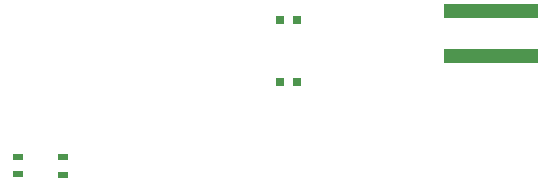
<source format=gbr>
G04 #@! TF.GenerationSoftware,KiCad,Pcbnew,(5.0.0-rc2-dev-107-g49486b83b)*
G04 #@! TF.CreationDate,2018-04-15T19:26:34+02:00*
G04 #@! TF.ProjectId,bobbycar,626F6262796361722E6B696361645F70,rev?*
G04 #@! TF.SameCoordinates,Original*
G04 #@! TF.FileFunction,Paste,Bot*
G04 #@! TF.FilePolarity,Positive*
%FSLAX46Y46*%
G04 Gerber Fmt 4.6, Leading zero omitted, Abs format (unit mm)*
G04 Created by KiCad (PCBNEW (5.0.0-rc2-dev-107-g49486b83b)) date Sun Apr 15 19:26:34 2018*
%MOMM*%
%LPD*%
G01*
G04 APERTURE LIST*
%ADD10R,0.900000X0.500000*%
%ADD11R,0.800000X0.750000*%
%ADD12R,8.000000X1.270000*%
G04 APERTURE END LIST*
D10*
X122047000Y-110744000D03*
X122047000Y-109244000D03*
X118237000Y-110720000D03*
X118237000Y-109220000D03*
D11*
X140347000Y-97663000D03*
X141847000Y-97663000D03*
X140347000Y-102870000D03*
X141847000Y-102870000D03*
D12*
X158242000Y-96906000D03*
X158242000Y-100706000D03*
M02*

</source>
